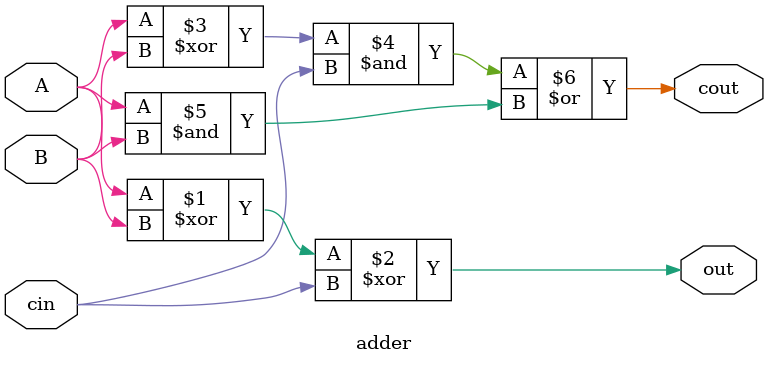
<source format=v>
`timescale 1ns / 1ps


module adder(A, B, cin, out, cout);
     input A, B, cin;
     output out, cout;
     

    assign out = A ^ B ^ cin;
    assign cout = ((A ^ B) & cin) | (A & B);
    
endmodule

</source>
